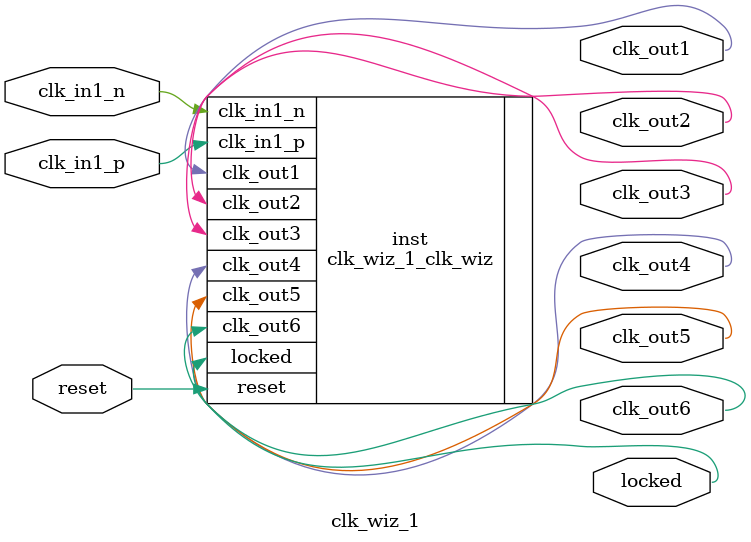
<source format=v>


`timescale 1ps/1ps

(* CORE_GENERATION_INFO = "clk_wiz_1,clk_wiz_v6_0_11_0_0,{component_name=clk_wiz_1,use_phase_alignment=true,use_min_o_jitter=false,use_max_i_jitter=false,use_dyn_phase_shift=false,use_inclk_switchover=false,use_dyn_reconfig=false,enable_axi=0,feedback_source=FDBK_AUTO,PRIMITIVE=MMCM,num_out_clk=6,clkin1_period=10.000,clkin2_period=10.000,use_power_down=false,use_reset=true,use_locked=true,use_inclk_stopped=false,feedback_type=SINGLE,CLOCK_MGR_TYPE=NA,manual_override=false}" *)

module clk_wiz_1 
 (
  // Clock out ports
  output        clk_out1,
  output        clk_out2,
  output        clk_out3,
  output        clk_out4,
  output        clk_out5,
  output        clk_out6,
  // Status and control signals
  input         reset,
  output        locked,
 // Clock in ports
  input         clk_in1_p,
  input         clk_in1_n
 );

  clk_wiz_1_clk_wiz inst
  (
  // Clock out ports  
  .clk_out1(clk_out1),
  .clk_out2(clk_out2),
  .clk_out3(clk_out3),
  .clk_out4(clk_out4),
  .clk_out5(clk_out5),
  .clk_out6(clk_out6),
  // Status and control signals               
  .reset(reset), 
  .locked(locked),
 // Clock in ports
  .clk_in1_p(clk_in1_p),
  .clk_in1_n(clk_in1_n)
  );

endmodule

</source>
